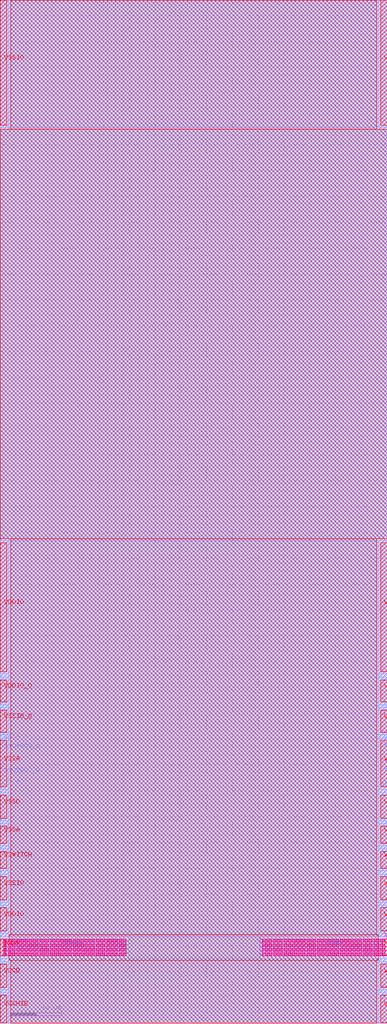
<source format=lef>
# Copyright 2020 The SkyWater PDK Authors
#
# Licensed under the Apache License, Version 2.0 (the "License");
# you may not use this file except in compliance with the License.
# You may obtain a copy of the License at
#
#     https://www.apache.org/licenses/LICENSE-2.0
#
# Unless required by applicable law or agreed to in writing, software
# distributed under the License is distributed on an "AS IS" BASIS,
# WITHOUT WARRANTIES OR CONDITIONS OF ANY KIND, either express or implied.
# See the License for the specific language governing permissions and
# limitations under the License.
#
# SPDX-License-Identifier: Apache-2.0

VERSION 5.5 ;
NAMESCASESENSITIVE ON ;
BUSBITCHARS "[]" ;
DIVIDERCHAR "/" ;
MACRO sky130_fd_io__overlay_vdda_lvc
  CLASS BLOCK ;
  SOURCE USER ;
  ORIGIN  0.000000  0.000000 ;
  SIZE 75 BY 198 ;
  SYMMETRY X Y R90 ;
  PIN AMUXBUS_A
    DIRECTION INOUT ;
    USE SIGNAL ;
    PORT
      LAYER met4 ;
        RECT 0.000000 51.125000 1.270000 54.105000 ;
    END
    PORT
      LAYER met4 ;
        RECT 73.730000 51.125000 75.000000 54.105000 ;
    END
  END AMUXBUS_A
  PIN AMUXBUS_B
    DIRECTION INOUT ;
    USE SIGNAL ;
    PORT
      LAYER met4 ;
        RECT 0.000000 46.365000 1.270000 49.345000 ;
    END
    PORT
      LAYER met4 ;
        RECT 73.730000 46.365000 75.000000 49.345000 ;
    END
  END AMUXBUS_B
  PIN VCCD
    DIRECTION INOUT ;
    USE POWER ;
    PORT
      LAYER met4 ;
        RECT 0.000000 6.885000 1.270000 11.535000 ;
    END
    PORT
      LAYER met4 ;
        RECT 73.730000 6.885000 75.000000 11.535000 ;
    END
    PORT
      LAYER met5 ;
        RECT 0.000000 6.985000 1.270000 11.435000 ;
    END
    PORT
      LAYER met5 ;
        RECT 73.730000 6.985000 75.000000 11.435000 ;
    END
  END VCCD
  PIN VCCHIB
    DIRECTION INOUT ;
    USE POWER ;
    PORT
      LAYER met4 ;
        RECT 0.000000 0.035000 1.270000 5.485000 ;
    END
    PORT
      LAYER met4 ;
        RECT 73.730000 0.035000 75.000000 5.485000 ;
    END
    PORT
      LAYER met5 ;
        RECT 0.000000 0.135000 1.270000 5.385000 ;
    END
    PORT
      LAYER met5 ;
        RECT 73.730000 0.135000 75.000000 5.385000 ;
    END
  END VCCHIB
  PIN VDDA
    DIRECTION INOUT ;
    USE POWER ;
    PORT
      LAYER met3 ;
        RECT 0.600000 12.940000 24.500000 16.380000 ;
    END
    PORT
      LAYER met3 ;
        RECT 50.755000 12.940000 74.655000 16.380000 ;
    END
    PORT
      LAYER met4 ;
        RECT 0.000000 12.935000 24.475000 16.385000 ;
    END
    PORT
      LAYER met4 ;
        RECT 50.780000 12.935000 75.000000 16.385000 ;
    END
    PORT
      LAYER met5 ;
        RECT 0.000000 13.035000 0.965000 16.285000 ;
    END
    PORT
      LAYER met5 ;
        RECT 74.035000 13.035000 75.000000 16.285000 ;
    END
    PORT
      LAYER via3 ;
        RECT  0.690000 13.020000  0.890000 13.220000 ;
        RECT  0.690000 13.460000  0.890000 13.660000 ;
        RECT  0.690000 13.900000  0.890000 14.100000 ;
        RECT  0.690000 14.340000  0.890000 14.540000 ;
        RECT  0.690000 14.780000  0.890000 14.980000 ;
        RECT  0.690000 15.220000  0.890000 15.420000 ;
        RECT  0.690000 15.660000  0.890000 15.860000 ;
        RECT  0.690000 16.100000  0.890000 16.300000 ;
        RECT  1.100000 13.020000  1.300000 13.220000 ;
        RECT  1.100000 13.460000  1.300000 13.660000 ;
        RECT  1.100000 13.900000  1.300000 14.100000 ;
        RECT  1.100000 14.340000  1.300000 14.540000 ;
        RECT  1.100000 14.780000  1.300000 14.980000 ;
        RECT  1.100000 15.220000  1.300000 15.420000 ;
        RECT  1.100000 15.660000  1.300000 15.860000 ;
        RECT  1.100000 16.100000  1.300000 16.300000 ;
        RECT  1.510000 13.020000  1.710000 13.220000 ;
        RECT  1.510000 13.460000  1.710000 13.660000 ;
        RECT  1.510000 13.900000  1.710000 14.100000 ;
        RECT  1.510000 14.340000  1.710000 14.540000 ;
        RECT  1.510000 14.780000  1.710000 14.980000 ;
        RECT  1.510000 15.220000  1.710000 15.420000 ;
        RECT  1.510000 15.660000  1.710000 15.860000 ;
        RECT  1.510000 16.100000  1.710000 16.300000 ;
        RECT  1.920000 13.020000  2.120000 13.220000 ;
        RECT  1.920000 13.460000  2.120000 13.660000 ;
        RECT  1.920000 13.900000  2.120000 14.100000 ;
        RECT  1.920000 14.340000  2.120000 14.540000 ;
        RECT  1.920000 14.780000  2.120000 14.980000 ;
        RECT  1.920000 15.220000  2.120000 15.420000 ;
        RECT  1.920000 15.660000  2.120000 15.860000 ;
        RECT  1.920000 16.100000  2.120000 16.300000 ;
        RECT  2.330000 13.020000  2.530000 13.220000 ;
        RECT  2.330000 13.460000  2.530000 13.660000 ;
        RECT  2.330000 13.900000  2.530000 14.100000 ;
        RECT  2.330000 14.340000  2.530000 14.540000 ;
        RECT  2.330000 14.780000  2.530000 14.980000 ;
        RECT  2.330000 15.220000  2.530000 15.420000 ;
        RECT  2.330000 15.660000  2.530000 15.860000 ;
        RECT  2.330000 16.100000  2.530000 16.300000 ;
        RECT  2.740000 13.020000  2.940000 13.220000 ;
        RECT  2.740000 13.460000  2.940000 13.660000 ;
        RECT  2.740000 13.900000  2.940000 14.100000 ;
        RECT  2.740000 14.340000  2.940000 14.540000 ;
        RECT  2.740000 14.780000  2.940000 14.980000 ;
        RECT  2.740000 15.220000  2.940000 15.420000 ;
        RECT  2.740000 15.660000  2.940000 15.860000 ;
        RECT  2.740000 16.100000  2.940000 16.300000 ;
        RECT  3.150000 13.020000  3.350000 13.220000 ;
        RECT  3.150000 13.460000  3.350000 13.660000 ;
        RECT  3.150000 13.900000  3.350000 14.100000 ;
        RECT  3.150000 14.340000  3.350000 14.540000 ;
        RECT  3.150000 14.780000  3.350000 14.980000 ;
        RECT  3.150000 15.220000  3.350000 15.420000 ;
        RECT  3.150000 15.660000  3.350000 15.860000 ;
        RECT  3.150000 16.100000  3.350000 16.300000 ;
        RECT  3.555000 13.020000  3.755000 13.220000 ;
        RECT  3.555000 13.460000  3.755000 13.660000 ;
        RECT  3.555000 13.900000  3.755000 14.100000 ;
        RECT  3.555000 14.340000  3.755000 14.540000 ;
        RECT  3.555000 14.780000  3.755000 14.980000 ;
        RECT  3.555000 15.220000  3.755000 15.420000 ;
        RECT  3.555000 15.660000  3.755000 15.860000 ;
        RECT  3.555000 16.100000  3.755000 16.300000 ;
        RECT  3.960000 13.020000  4.160000 13.220000 ;
        RECT  3.960000 13.460000  4.160000 13.660000 ;
        RECT  3.960000 13.900000  4.160000 14.100000 ;
        RECT  3.960000 14.340000  4.160000 14.540000 ;
        RECT  3.960000 14.780000  4.160000 14.980000 ;
        RECT  3.960000 15.220000  4.160000 15.420000 ;
        RECT  3.960000 15.660000  4.160000 15.860000 ;
        RECT  3.960000 16.100000  4.160000 16.300000 ;
        RECT  4.365000 13.020000  4.565000 13.220000 ;
        RECT  4.365000 13.460000  4.565000 13.660000 ;
        RECT  4.365000 13.900000  4.565000 14.100000 ;
        RECT  4.365000 14.340000  4.565000 14.540000 ;
        RECT  4.365000 14.780000  4.565000 14.980000 ;
        RECT  4.365000 15.220000  4.565000 15.420000 ;
        RECT  4.365000 15.660000  4.565000 15.860000 ;
        RECT  4.365000 16.100000  4.565000 16.300000 ;
        RECT  4.770000 13.020000  4.970000 13.220000 ;
        RECT  4.770000 13.460000  4.970000 13.660000 ;
        RECT  4.770000 13.900000  4.970000 14.100000 ;
        RECT  4.770000 14.340000  4.970000 14.540000 ;
        RECT  4.770000 14.780000  4.970000 14.980000 ;
        RECT  4.770000 15.220000  4.970000 15.420000 ;
        RECT  4.770000 15.660000  4.970000 15.860000 ;
        RECT  4.770000 16.100000  4.970000 16.300000 ;
        RECT  5.175000 13.020000  5.375000 13.220000 ;
        RECT  5.175000 13.460000  5.375000 13.660000 ;
        RECT  5.175000 13.900000  5.375000 14.100000 ;
        RECT  5.175000 14.340000  5.375000 14.540000 ;
        RECT  5.175000 14.780000  5.375000 14.980000 ;
        RECT  5.175000 15.220000  5.375000 15.420000 ;
        RECT  5.175000 15.660000  5.375000 15.860000 ;
        RECT  5.175000 16.100000  5.375000 16.300000 ;
        RECT  5.580000 13.020000  5.780000 13.220000 ;
        RECT  5.580000 13.460000  5.780000 13.660000 ;
        RECT  5.580000 13.900000  5.780000 14.100000 ;
        RECT  5.580000 14.340000  5.780000 14.540000 ;
        RECT  5.580000 14.780000  5.780000 14.980000 ;
        RECT  5.580000 15.220000  5.780000 15.420000 ;
        RECT  5.580000 15.660000  5.780000 15.860000 ;
        RECT  5.580000 16.100000  5.780000 16.300000 ;
        RECT  5.985000 13.020000  6.185000 13.220000 ;
        RECT  5.985000 13.460000  6.185000 13.660000 ;
        RECT  5.985000 13.900000  6.185000 14.100000 ;
        RECT  5.985000 14.340000  6.185000 14.540000 ;
        RECT  5.985000 14.780000  6.185000 14.980000 ;
        RECT  5.985000 15.220000  6.185000 15.420000 ;
        RECT  5.985000 15.660000  6.185000 15.860000 ;
        RECT  5.985000 16.100000  6.185000 16.300000 ;
        RECT  6.390000 13.020000  6.590000 13.220000 ;
        RECT  6.390000 13.460000  6.590000 13.660000 ;
        RECT  6.390000 13.900000  6.590000 14.100000 ;
        RECT  6.390000 14.340000  6.590000 14.540000 ;
        RECT  6.390000 14.780000  6.590000 14.980000 ;
        RECT  6.390000 15.220000  6.590000 15.420000 ;
        RECT  6.390000 15.660000  6.590000 15.860000 ;
        RECT  6.390000 16.100000  6.590000 16.300000 ;
        RECT  6.795000 13.020000  6.995000 13.220000 ;
        RECT  6.795000 13.460000  6.995000 13.660000 ;
        RECT  6.795000 13.900000  6.995000 14.100000 ;
        RECT  6.795000 14.340000  6.995000 14.540000 ;
        RECT  6.795000 14.780000  6.995000 14.980000 ;
        RECT  6.795000 15.220000  6.995000 15.420000 ;
        RECT  6.795000 15.660000  6.995000 15.860000 ;
        RECT  6.795000 16.100000  6.995000 16.300000 ;
        RECT  7.200000 13.020000  7.400000 13.220000 ;
        RECT  7.200000 13.460000  7.400000 13.660000 ;
        RECT  7.200000 13.900000  7.400000 14.100000 ;
        RECT  7.200000 14.340000  7.400000 14.540000 ;
        RECT  7.200000 14.780000  7.400000 14.980000 ;
        RECT  7.200000 15.220000  7.400000 15.420000 ;
        RECT  7.200000 15.660000  7.400000 15.860000 ;
        RECT  7.200000 16.100000  7.400000 16.300000 ;
        RECT  7.605000 13.020000  7.805000 13.220000 ;
        RECT  7.605000 13.460000  7.805000 13.660000 ;
        RECT  7.605000 13.900000  7.805000 14.100000 ;
        RECT  7.605000 14.340000  7.805000 14.540000 ;
        RECT  7.605000 14.780000  7.805000 14.980000 ;
        RECT  7.605000 15.220000  7.805000 15.420000 ;
        RECT  7.605000 15.660000  7.805000 15.860000 ;
        RECT  7.605000 16.100000  7.805000 16.300000 ;
        RECT  8.010000 13.020000  8.210000 13.220000 ;
        RECT  8.010000 13.460000  8.210000 13.660000 ;
        RECT  8.010000 13.900000  8.210000 14.100000 ;
        RECT  8.010000 14.340000  8.210000 14.540000 ;
        RECT  8.010000 14.780000  8.210000 14.980000 ;
        RECT  8.010000 15.220000  8.210000 15.420000 ;
        RECT  8.010000 15.660000  8.210000 15.860000 ;
        RECT  8.010000 16.100000  8.210000 16.300000 ;
        RECT  8.415000 13.020000  8.615000 13.220000 ;
        RECT  8.415000 13.460000  8.615000 13.660000 ;
        RECT  8.415000 13.900000  8.615000 14.100000 ;
        RECT  8.415000 14.340000  8.615000 14.540000 ;
        RECT  8.415000 14.780000  8.615000 14.980000 ;
        RECT  8.415000 15.220000  8.615000 15.420000 ;
        RECT  8.415000 15.660000  8.615000 15.860000 ;
        RECT  8.415000 16.100000  8.615000 16.300000 ;
        RECT  8.820000 13.020000  9.020000 13.220000 ;
        RECT  8.820000 13.460000  9.020000 13.660000 ;
        RECT  8.820000 13.900000  9.020000 14.100000 ;
        RECT  8.820000 14.340000  9.020000 14.540000 ;
        RECT  8.820000 14.780000  9.020000 14.980000 ;
        RECT  8.820000 15.220000  9.020000 15.420000 ;
        RECT  8.820000 15.660000  9.020000 15.860000 ;
        RECT  8.820000 16.100000  9.020000 16.300000 ;
        RECT  9.225000 13.020000  9.425000 13.220000 ;
        RECT  9.225000 13.460000  9.425000 13.660000 ;
        RECT  9.225000 13.900000  9.425000 14.100000 ;
        RECT  9.225000 14.340000  9.425000 14.540000 ;
        RECT  9.225000 14.780000  9.425000 14.980000 ;
        RECT  9.225000 15.220000  9.425000 15.420000 ;
        RECT  9.225000 15.660000  9.425000 15.860000 ;
        RECT  9.225000 16.100000  9.425000 16.300000 ;
        RECT  9.630000 13.020000  9.830000 13.220000 ;
        RECT  9.630000 13.460000  9.830000 13.660000 ;
        RECT  9.630000 13.900000  9.830000 14.100000 ;
        RECT  9.630000 14.340000  9.830000 14.540000 ;
        RECT  9.630000 14.780000  9.830000 14.980000 ;
        RECT  9.630000 15.220000  9.830000 15.420000 ;
        RECT  9.630000 15.660000  9.830000 15.860000 ;
        RECT  9.630000 16.100000  9.830000 16.300000 ;
        RECT 10.035000 13.020000 10.235000 13.220000 ;
        RECT 10.035000 13.460000 10.235000 13.660000 ;
        RECT 10.035000 13.900000 10.235000 14.100000 ;
        RECT 10.035000 14.340000 10.235000 14.540000 ;
        RECT 10.035000 14.780000 10.235000 14.980000 ;
        RECT 10.035000 15.220000 10.235000 15.420000 ;
        RECT 10.035000 15.660000 10.235000 15.860000 ;
        RECT 10.035000 16.100000 10.235000 16.300000 ;
        RECT 10.440000 13.020000 10.640000 13.220000 ;
        RECT 10.440000 13.460000 10.640000 13.660000 ;
        RECT 10.440000 13.900000 10.640000 14.100000 ;
        RECT 10.440000 14.340000 10.640000 14.540000 ;
        RECT 10.440000 14.780000 10.640000 14.980000 ;
        RECT 10.440000 15.220000 10.640000 15.420000 ;
        RECT 10.440000 15.660000 10.640000 15.860000 ;
        RECT 10.440000 16.100000 10.640000 16.300000 ;
        RECT 10.845000 13.020000 11.045000 13.220000 ;
        RECT 10.845000 13.460000 11.045000 13.660000 ;
        RECT 10.845000 13.900000 11.045000 14.100000 ;
        RECT 10.845000 14.340000 11.045000 14.540000 ;
        RECT 10.845000 14.780000 11.045000 14.980000 ;
        RECT 10.845000 15.220000 11.045000 15.420000 ;
        RECT 10.845000 15.660000 11.045000 15.860000 ;
        RECT 10.845000 16.100000 11.045000 16.300000 ;
        RECT 11.250000 13.020000 11.450000 13.220000 ;
        RECT 11.250000 13.460000 11.450000 13.660000 ;
        RECT 11.250000 13.900000 11.450000 14.100000 ;
        RECT 11.250000 14.340000 11.450000 14.540000 ;
        RECT 11.250000 14.780000 11.450000 14.980000 ;
        RECT 11.250000 15.220000 11.450000 15.420000 ;
        RECT 11.250000 15.660000 11.450000 15.860000 ;
        RECT 11.250000 16.100000 11.450000 16.300000 ;
        RECT 11.655000 13.020000 11.855000 13.220000 ;
        RECT 11.655000 13.460000 11.855000 13.660000 ;
        RECT 11.655000 13.900000 11.855000 14.100000 ;
        RECT 11.655000 14.340000 11.855000 14.540000 ;
        RECT 11.655000 14.780000 11.855000 14.980000 ;
        RECT 11.655000 15.220000 11.855000 15.420000 ;
        RECT 11.655000 15.660000 11.855000 15.860000 ;
        RECT 11.655000 16.100000 11.855000 16.300000 ;
        RECT 12.060000 13.020000 12.260000 13.220000 ;
        RECT 12.060000 13.460000 12.260000 13.660000 ;
        RECT 12.060000 13.900000 12.260000 14.100000 ;
        RECT 12.060000 14.340000 12.260000 14.540000 ;
        RECT 12.060000 14.780000 12.260000 14.980000 ;
        RECT 12.060000 15.220000 12.260000 15.420000 ;
        RECT 12.060000 15.660000 12.260000 15.860000 ;
        RECT 12.060000 16.100000 12.260000 16.300000 ;
        RECT 12.465000 13.020000 12.665000 13.220000 ;
        RECT 12.465000 13.460000 12.665000 13.660000 ;
        RECT 12.465000 13.900000 12.665000 14.100000 ;
        RECT 12.465000 14.340000 12.665000 14.540000 ;
        RECT 12.465000 14.780000 12.665000 14.980000 ;
        RECT 12.465000 15.220000 12.665000 15.420000 ;
        RECT 12.465000 15.660000 12.665000 15.860000 ;
        RECT 12.465000 16.100000 12.665000 16.300000 ;
        RECT 12.870000 13.020000 13.070000 13.220000 ;
        RECT 12.870000 13.460000 13.070000 13.660000 ;
        RECT 12.870000 13.900000 13.070000 14.100000 ;
        RECT 12.870000 14.340000 13.070000 14.540000 ;
        RECT 12.870000 14.780000 13.070000 14.980000 ;
        RECT 12.870000 15.220000 13.070000 15.420000 ;
        RECT 12.870000 15.660000 13.070000 15.860000 ;
        RECT 12.870000 16.100000 13.070000 16.300000 ;
        RECT 13.275000 13.020000 13.475000 13.220000 ;
        RECT 13.275000 13.460000 13.475000 13.660000 ;
        RECT 13.275000 13.900000 13.475000 14.100000 ;
        RECT 13.275000 14.340000 13.475000 14.540000 ;
        RECT 13.275000 14.780000 13.475000 14.980000 ;
        RECT 13.275000 15.220000 13.475000 15.420000 ;
        RECT 13.275000 15.660000 13.475000 15.860000 ;
        RECT 13.275000 16.100000 13.475000 16.300000 ;
        RECT 13.680000 13.020000 13.880000 13.220000 ;
        RECT 13.680000 13.460000 13.880000 13.660000 ;
        RECT 13.680000 13.900000 13.880000 14.100000 ;
        RECT 13.680000 14.340000 13.880000 14.540000 ;
        RECT 13.680000 14.780000 13.880000 14.980000 ;
        RECT 13.680000 15.220000 13.880000 15.420000 ;
        RECT 13.680000 15.660000 13.880000 15.860000 ;
        RECT 13.680000 16.100000 13.880000 16.300000 ;
        RECT 14.085000 13.020000 14.285000 13.220000 ;
        RECT 14.085000 13.460000 14.285000 13.660000 ;
        RECT 14.085000 13.900000 14.285000 14.100000 ;
        RECT 14.085000 14.340000 14.285000 14.540000 ;
        RECT 14.085000 14.780000 14.285000 14.980000 ;
        RECT 14.085000 15.220000 14.285000 15.420000 ;
        RECT 14.085000 15.660000 14.285000 15.860000 ;
        RECT 14.085000 16.100000 14.285000 16.300000 ;
        RECT 14.490000 13.020000 14.690000 13.220000 ;
        RECT 14.490000 13.460000 14.690000 13.660000 ;
        RECT 14.490000 13.900000 14.690000 14.100000 ;
        RECT 14.490000 14.340000 14.690000 14.540000 ;
        RECT 14.490000 14.780000 14.690000 14.980000 ;
        RECT 14.490000 15.220000 14.690000 15.420000 ;
        RECT 14.490000 15.660000 14.690000 15.860000 ;
        RECT 14.490000 16.100000 14.690000 16.300000 ;
        RECT 14.895000 13.020000 15.095000 13.220000 ;
        RECT 14.895000 13.460000 15.095000 13.660000 ;
        RECT 14.895000 13.900000 15.095000 14.100000 ;
        RECT 14.895000 14.340000 15.095000 14.540000 ;
        RECT 14.895000 14.780000 15.095000 14.980000 ;
        RECT 14.895000 15.220000 15.095000 15.420000 ;
        RECT 14.895000 15.660000 15.095000 15.860000 ;
        RECT 14.895000 16.100000 15.095000 16.300000 ;
        RECT 15.300000 13.020000 15.500000 13.220000 ;
        RECT 15.300000 13.460000 15.500000 13.660000 ;
        RECT 15.300000 13.900000 15.500000 14.100000 ;
        RECT 15.300000 14.340000 15.500000 14.540000 ;
        RECT 15.300000 14.780000 15.500000 14.980000 ;
        RECT 15.300000 15.220000 15.500000 15.420000 ;
        RECT 15.300000 15.660000 15.500000 15.860000 ;
        RECT 15.300000 16.100000 15.500000 16.300000 ;
        RECT 15.705000 13.020000 15.905000 13.220000 ;
        RECT 15.705000 13.460000 15.905000 13.660000 ;
        RECT 15.705000 13.900000 15.905000 14.100000 ;
        RECT 15.705000 14.340000 15.905000 14.540000 ;
        RECT 15.705000 14.780000 15.905000 14.980000 ;
        RECT 15.705000 15.220000 15.905000 15.420000 ;
        RECT 15.705000 15.660000 15.905000 15.860000 ;
        RECT 15.705000 16.100000 15.905000 16.300000 ;
        RECT 16.110000 13.020000 16.310000 13.220000 ;
        RECT 16.110000 13.460000 16.310000 13.660000 ;
        RECT 16.110000 13.900000 16.310000 14.100000 ;
        RECT 16.110000 14.340000 16.310000 14.540000 ;
        RECT 16.110000 14.780000 16.310000 14.980000 ;
        RECT 16.110000 15.220000 16.310000 15.420000 ;
        RECT 16.110000 15.660000 16.310000 15.860000 ;
        RECT 16.110000 16.100000 16.310000 16.300000 ;
        RECT 16.515000 13.020000 16.715000 13.220000 ;
        RECT 16.515000 13.460000 16.715000 13.660000 ;
        RECT 16.515000 13.900000 16.715000 14.100000 ;
        RECT 16.515000 14.340000 16.715000 14.540000 ;
        RECT 16.515000 14.780000 16.715000 14.980000 ;
        RECT 16.515000 15.220000 16.715000 15.420000 ;
        RECT 16.515000 15.660000 16.715000 15.860000 ;
        RECT 16.515000 16.100000 16.715000 16.300000 ;
        RECT 16.920000 13.020000 17.120000 13.220000 ;
        RECT 16.920000 13.460000 17.120000 13.660000 ;
        RECT 16.920000 13.900000 17.120000 14.100000 ;
        RECT 16.920000 14.340000 17.120000 14.540000 ;
        RECT 16.920000 14.780000 17.120000 14.980000 ;
        RECT 16.920000 15.220000 17.120000 15.420000 ;
        RECT 16.920000 15.660000 17.120000 15.860000 ;
        RECT 16.920000 16.100000 17.120000 16.300000 ;
        RECT 17.325000 13.020000 17.525000 13.220000 ;
        RECT 17.325000 13.460000 17.525000 13.660000 ;
        RECT 17.325000 13.900000 17.525000 14.100000 ;
        RECT 17.325000 14.340000 17.525000 14.540000 ;
        RECT 17.325000 14.780000 17.525000 14.980000 ;
        RECT 17.325000 15.220000 17.525000 15.420000 ;
        RECT 17.325000 15.660000 17.525000 15.860000 ;
        RECT 17.325000 16.100000 17.525000 16.300000 ;
        RECT 17.730000 13.020000 17.930000 13.220000 ;
        RECT 17.730000 13.460000 17.930000 13.660000 ;
        RECT 17.730000 13.900000 17.930000 14.100000 ;
        RECT 17.730000 14.340000 17.930000 14.540000 ;
        RECT 17.730000 14.780000 17.930000 14.980000 ;
        RECT 17.730000 15.220000 17.930000 15.420000 ;
        RECT 17.730000 15.660000 17.930000 15.860000 ;
        RECT 17.730000 16.100000 17.930000 16.300000 ;
        RECT 18.135000 13.020000 18.335000 13.220000 ;
        RECT 18.135000 13.460000 18.335000 13.660000 ;
        RECT 18.135000 13.900000 18.335000 14.100000 ;
        RECT 18.135000 14.340000 18.335000 14.540000 ;
        RECT 18.135000 14.780000 18.335000 14.980000 ;
        RECT 18.135000 15.220000 18.335000 15.420000 ;
        RECT 18.135000 15.660000 18.335000 15.860000 ;
        RECT 18.135000 16.100000 18.335000 16.300000 ;
        RECT 18.540000 13.020000 18.740000 13.220000 ;
        RECT 18.540000 13.460000 18.740000 13.660000 ;
        RECT 18.540000 13.900000 18.740000 14.100000 ;
        RECT 18.540000 14.340000 18.740000 14.540000 ;
        RECT 18.540000 14.780000 18.740000 14.980000 ;
        RECT 18.540000 15.220000 18.740000 15.420000 ;
        RECT 18.540000 15.660000 18.740000 15.860000 ;
        RECT 18.540000 16.100000 18.740000 16.300000 ;
        RECT 18.945000 13.020000 19.145000 13.220000 ;
        RECT 18.945000 13.460000 19.145000 13.660000 ;
        RECT 18.945000 13.900000 19.145000 14.100000 ;
        RECT 18.945000 14.340000 19.145000 14.540000 ;
        RECT 18.945000 14.780000 19.145000 14.980000 ;
        RECT 18.945000 15.220000 19.145000 15.420000 ;
        RECT 18.945000 15.660000 19.145000 15.860000 ;
        RECT 18.945000 16.100000 19.145000 16.300000 ;
        RECT 19.350000 13.020000 19.550000 13.220000 ;
        RECT 19.350000 13.460000 19.550000 13.660000 ;
        RECT 19.350000 13.900000 19.550000 14.100000 ;
        RECT 19.350000 14.340000 19.550000 14.540000 ;
        RECT 19.350000 14.780000 19.550000 14.980000 ;
        RECT 19.350000 15.220000 19.550000 15.420000 ;
        RECT 19.350000 15.660000 19.550000 15.860000 ;
        RECT 19.350000 16.100000 19.550000 16.300000 ;
        RECT 19.755000 13.020000 19.955000 13.220000 ;
        RECT 19.755000 13.460000 19.955000 13.660000 ;
        RECT 19.755000 13.900000 19.955000 14.100000 ;
        RECT 19.755000 14.340000 19.955000 14.540000 ;
        RECT 19.755000 14.780000 19.955000 14.980000 ;
        RECT 19.755000 15.220000 19.955000 15.420000 ;
        RECT 19.755000 15.660000 19.955000 15.860000 ;
        RECT 19.755000 16.100000 19.955000 16.300000 ;
        RECT 20.160000 13.020000 20.360000 13.220000 ;
        RECT 20.160000 13.460000 20.360000 13.660000 ;
        RECT 20.160000 13.900000 20.360000 14.100000 ;
        RECT 20.160000 14.340000 20.360000 14.540000 ;
        RECT 20.160000 14.780000 20.360000 14.980000 ;
        RECT 20.160000 15.220000 20.360000 15.420000 ;
        RECT 20.160000 15.660000 20.360000 15.860000 ;
        RECT 20.160000 16.100000 20.360000 16.300000 ;
        RECT 20.565000 13.020000 20.765000 13.220000 ;
        RECT 20.565000 13.460000 20.765000 13.660000 ;
        RECT 20.565000 13.900000 20.765000 14.100000 ;
        RECT 20.565000 14.340000 20.765000 14.540000 ;
        RECT 20.565000 14.780000 20.765000 14.980000 ;
        RECT 20.565000 15.220000 20.765000 15.420000 ;
        RECT 20.565000 15.660000 20.765000 15.860000 ;
        RECT 20.565000 16.100000 20.765000 16.300000 ;
        RECT 20.970000 13.020000 21.170000 13.220000 ;
        RECT 20.970000 13.460000 21.170000 13.660000 ;
        RECT 20.970000 13.900000 21.170000 14.100000 ;
        RECT 20.970000 14.340000 21.170000 14.540000 ;
        RECT 20.970000 14.780000 21.170000 14.980000 ;
        RECT 20.970000 15.220000 21.170000 15.420000 ;
        RECT 20.970000 15.660000 21.170000 15.860000 ;
        RECT 20.970000 16.100000 21.170000 16.300000 ;
        RECT 21.375000 13.020000 21.575000 13.220000 ;
        RECT 21.375000 13.460000 21.575000 13.660000 ;
        RECT 21.375000 13.900000 21.575000 14.100000 ;
        RECT 21.375000 14.340000 21.575000 14.540000 ;
        RECT 21.375000 14.780000 21.575000 14.980000 ;
        RECT 21.375000 15.220000 21.575000 15.420000 ;
        RECT 21.375000 15.660000 21.575000 15.860000 ;
        RECT 21.375000 16.100000 21.575000 16.300000 ;
        RECT 21.780000 13.020000 21.980000 13.220000 ;
        RECT 21.780000 13.460000 21.980000 13.660000 ;
        RECT 21.780000 13.900000 21.980000 14.100000 ;
        RECT 21.780000 14.340000 21.980000 14.540000 ;
        RECT 21.780000 14.780000 21.980000 14.980000 ;
        RECT 21.780000 15.220000 21.980000 15.420000 ;
        RECT 21.780000 15.660000 21.980000 15.860000 ;
        RECT 21.780000 16.100000 21.980000 16.300000 ;
        RECT 22.185000 13.020000 22.385000 13.220000 ;
        RECT 22.185000 13.460000 22.385000 13.660000 ;
        RECT 22.185000 13.900000 22.385000 14.100000 ;
        RECT 22.185000 14.340000 22.385000 14.540000 ;
        RECT 22.185000 14.780000 22.385000 14.980000 ;
        RECT 22.185000 15.220000 22.385000 15.420000 ;
        RECT 22.185000 15.660000 22.385000 15.860000 ;
        RECT 22.185000 16.100000 22.385000 16.300000 ;
        RECT 22.590000 13.020000 22.790000 13.220000 ;
        RECT 22.590000 13.460000 22.790000 13.660000 ;
        RECT 22.590000 13.900000 22.790000 14.100000 ;
        RECT 22.590000 14.340000 22.790000 14.540000 ;
        RECT 22.590000 14.780000 22.790000 14.980000 ;
        RECT 22.590000 15.220000 22.790000 15.420000 ;
        RECT 22.590000 15.660000 22.790000 15.860000 ;
        RECT 22.590000 16.100000 22.790000 16.300000 ;
        RECT 22.995000 13.020000 23.195000 13.220000 ;
        RECT 22.995000 13.460000 23.195000 13.660000 ;
        RECT 22.995000 13.900000 23.195000 14.100000 ;
        RECT 22.995000 14.340000 23.195000 14.540000 ;
        RECT 22.995000 14.780000 23.195000 14.980000 ;
        RECT 22.995000 15.220000 23.195000 15.420000 ;
        RECT 22.995000 15.660000 23.195000 15.860000 ;
        RECT 22.995000 16.100000 23.195000 16.300000 ;
        RECT 23.400000 13.020000 23.600000 13.220000 ;
        RECT 23.400000 13.460000 23.600000 13.660000 ;
        RECT 23.400000 13.900000 23.600000 14.100000 ;
        RECT 23.400000 14.340000 23.600000 14.540000 ;
        RECT 23.400000 14.780000 23.600000 14.980000 ;
        RECT 23.400000 15.220000 23.600000 15.420000 ;
        RECT 23.400000 15.660000 23.600000 15.860000 ;
        RECT 23.400000 16.100000 23.600000 16.300000 ;
        RECT 23.805000 13.020000 24.005000 13.220000 ;
        RECT 23.805000 13.460000 24.005000 13.660000 ;
        RECT 23.805000 13.900000 24.005000 14.100000 ;
        RECT 23.805000 14.340000 24.005000 14.540000 ;
        RECT 23.805000 14.780000 24.005000 14.980000 ;
        RECT 23.805000 15.220000 24.005000 15.420000 ;
        RECT 23.805000 15.660000 24.005000 15.860000 ;
        RECT 23.805000 16.100000 24.005000 16.300000 ;
        RECT 24.210000 13.020000 24.410000 13.220000 ;
        RECT 24.210000 13.460000 24.410000 13.660000 ;
        RECT 24.210000 13.900000 24.410000 14.100000 ;
        RECT 24.210000 14.340000 24.410000 14.540000 ;
        RECT 24.210000 14.780000 24.410000 14.980000 ;
        RECT 24.210000 15.220000 24.410000 15.420000 ;
        RECT 24.210000 15.660000 24.410000 15.860000 ;
        RECT 24.210000 16.100000 24.410000 16.300000 ;
        RECT 50.845000 13.020000 51.045000 13.220000 ;
        RECT 50.845000 13.460000 51.045000 13.660000 ;
        RECT 50.845000 13.900000 51.045000 14.100000 ;
        RECT 50.845000 14.340000 51.045000 14.540000 ;
        RECT 50.845000 14.780000 51.045000 14.980000 ;
        RECT 50.845000 15.220000 51.045000 15.420000 ;
        RECT 50.845000 15.660000 51.045000 15.860000 ;
        RECT 50.845000 16.100000 51.045000 16.300000 ;
        RECT 51.255000 13.020000 51.455000 13.220000 ;
        RECT 51.255000 13.460000 51.455000 13.660000 ;
        RECT 51.255000 13.900000 51.455000 14.100000 ;
        RECT 51.255000 14.340000 51.455000 14.540000 ;
        RECT 51.255000 14.780000 51.455000 14.980000 ;
        RECT 51.255000 15.220000 51.455000 15.420000 ;
        RECT 51.255000 15.660000 51.455000 15.860000 ;
        RECT 51.255000 16.100000 51.455000 16.300000 ;
        RECT 51.665000 13.020000 51.865000 13.220000 ;
        RECT 51.665000 13.460000 51.865000 13.660000 ;
        RECT 51.665000 13.900000 51.865000 14.100000 ;
        RECT 51.665000 14.340000 51.865000 14.540000 ;
        RECT 51.665000 14.780000 51.865000 14.980000 ;
        RECT 51.665000 15.220000 51.865000 15.420000 ;
        RECT 51.665000 15.660000 51.865000 15.860000 ;
        RECT 51.665000 16.100000 51.865000 16.300000 ;
        RECT 52.075000 13.020000 52.275000 13.220000 ;
        RECT 52.075000 13.460000 52.275000 13.660000 ;
        RECT 52.075000 13.900000 52.275000 14.100000 ;
        RECT 52.075000 14.340000 52.275000 14.540000 ;
        RECT 52.075000 14.780000 52.275000 14.980000 ;
        RECT 52.075000 15.220000 52.275000 15.420000 ;
        RECT 52.075000 15.660000 52.275000 15.860000 ;
        RECT 52.075000 16.100000 52.275000 16.300000 ;
        RECT 52.485000 13.020000 52.685000 13.220000 ;
        RECT 52.485000 13.460000 52.685000 13.660000 ;
        RECT 52.485000 13.900000 52.685000 14.100000 ;
        RECT 52.485000 14.340000 52.685000 14.540000 ;
        RECT 52.485000 14.780000 52.685000 14.980000 ;
        RECT 52.485000 15.220000 52.685000 15.420000 ;
        RECT 52.485000 15.660000 52.685000 15.860000 ;
        RECT 52.485000 16.100000 52.685000 16.300000 ;
        RECT 52.895000 13.020000 53.095000 13.220000 ;
        RECT 52.895000 13.460000 53.095000 13.660000 ;
        RECT 52.895000 13.900000 53.095000 14.100000 ;
        RECT 52.895000 14.340000 53.095000 14.540000 ;
        RECT 52.895000 14.780000 53.095000 14.980000 ;
        RECT 52.895000 15.220000 53.095000 15.420000 ;
        RECT 52.895000 15.660000 53.095000 15.860000 ;
        RECT 52.895000 16.100000 53.095000 16.300000 ;
        RECT 53.305000 13.020000 53.505000 13.220000 ;
        RECT 53.305000 13.460000 53.505000 13.660000 ;
        RECT 53.305000 13.900000 53.505000 14.100000 ;
        RECT 53.305000 14.340000 53.505000 14.540000 ;
        RECT 53.305000 14.780000 53.505000 14.980000 ;
        RECT 53.305000 15.220000 53.505000 15.420000 ;
        RECT 53.305000 15.660000 53.505000 15.860000 ;
        RECT 53.305000 16.100000 53.505000 16.300000 ;
        RECT 53.710000 13.020000 53.910000 13.220000 ;
        RECT 53.710000 13.460000 53.910000 13.660000 ;
        RECT 53.710000 13.900000 53.910000 14.100000 ;
        RECT 53.710000 14.340000 53.910000 14.540000 ;
        RECT 53.710000 14.780000 53.910000 14.980000 ;
        RECT 53.710000 15.220000 53.910000 15.420000 ;
        RECT 53.710000 15.660000 53.910000 15.860000 ;
        RECT 53.710000 16.100000 53.910000 16.300000 ;
        RECT 54.115000 13.020000 54.315000 13.220000 ;
        RECT 54.115000 13.460000 54.315000 13.660000 ;
        RECT 54.115000 13.900000 54.315000 14.100000 ;
        RECT 54.115000 14.340000 54.315000 14.540000 ;
        RECT 54.115000 14.780000 54.315000 14.980000 ;
        RECT 54.115000 15.220000 54.315000 15.420000 ;
        RECT 54.115000 15.660000 54.315000 15.860000 ;
        RECT 54.115000 16.100000 54.315000 16.300000 ;
        RECT 54.520000 13.020000 54.720000 13.220000 ;
        RECT 54.520000 13.460000 54.720000 13.660000 ;
        RECT 54.520000 13.900000 54.720000 14.100000 ;
        RECT 54.520000 14.340000 54.720000 14.540000 ;
        RECT 54.520000 14.780000 54.720000 14.980000 ;
        RECT 54.520000 15.220000 54.720000 15.420000 ;
        RECT 54.520000 15.660000 54.720000 15.860000 ;
        RECT 54.520000 16.100000 54.720000 16.300000 ;
        RECT 54.925000 13.020000 55.125000 13.220000 ;
        RECT 54.925000 13.460000 55.125000 13.660000 ;
        RECT 54.925000 13.900000 55.125000 14.100000 ;
        RECT 54.925000 14.340000 55.125000 14.540000 ;
        RECT 54.925000 14.780000 55.125000 14.980000 ;
        RECT 54.925000 15.220000 55.125000 15.420000 ;
        RECT 54.925000 15.660000 55.125000 15.860000 ;
        RECT 54.925000 16.100000 55.125000 16.300000 ;
        RECT 55.330000 13.020000 55.530000 13.220000 ;
        RECT 55.330000 13.460000 55.530000 13.660000 ;
        RECT 55.330000 13.900000 55.530000 14.100000 ;
        RECT 55.330000 14.340000 55.530000 14.540000 ;
        RECT 55.330000 14.780000 55.530000 14.980000 ;
        RECT 55.330000 15.220000 55.530000 15.420000 ;
        RECT 55.330000 15.660000 55.530000 15.860000 ;
        RECT 55.330000 16.100000 55.530000 16.300000 ;
        RECT 55.735000 13.020000 55.935000 13.220000 ;
        RECT 55.735000 13.460000 55.935000 13.660000 ;
        RECT 55.735000 13.900000 55.935000 14.100000 ;
        RECT 55.735000 14.340000 55.935000 14.540000 ;
        RECT 55.735000 14.780000 55.935000 14.980000 ;
        RECT 55.735000 15.220000 55.935000 15.420000 ;
        RECT 55.735000 15.660000 55.935000 15.860000 ;
        RECT 55.735000 16.100000 55.935000 16.300000 ;
        RECT 56.140000 13.020000 56.340000 13.220000 ;
        RECT 56.140000 13.460000 56.340000 13.660000 ;
        RECT 56.140000 13.900000 56.340000 14.100000 ;
        RECT 56.140000 14.340000 56.340000 14.540000 ;
        RECT 56.140000 14.780000 56.340000 14.980000 ;
        RECT 56.140000 15.220000 56.340000 15.420000 ;
        RECT 56.140000 15.660000 56.340000 15.860000 ;
        RECT 56.140000 16.100000 56.340000 16.300000 ;
        RECT 56.545000 13.020000 56.745000 13.220000 ;
        RECT 56.545000 13.460000 56.745000 13.660000 ;
        RECT 56.545000 13.900000 56.745000 14.100000 ;
        RECT 56.545000 14.340000 56.745000 14.540000 ;
        RECT 56.545000 14.780000 56.745000 14.980000 ;
        RECT 56.545000 15.220000 56.745000 15.420000 ;
        RECT 56.545000 15.660000 56.745000 15.860000 ;
        RECT 56.545000 16.100000 56.745000 16.300000 ;
        RECT 56.950000 13.020000 57.150000 13.220000 ;
        RECT 56.950000 13.460000 57.150000 13.660000 ;
        RECT 56.950000 13.900000 57.150000 14.100000 ;
        RECT 56.950000 14.340000 57.150000 14.540000 ;
        RECT 56.950000 14.780000 57.150000 14.980000 ;
        RECT 56.950000 15.220000 57.150000 15.420000 ;
        RECT 56.950000 15.660000 57.150000 15.860000 ;
        RECT 56.950000 16.100000 57.150000 16.300000 ;
        RECT 57.355000 13.020000 57.555000 13.220000 ;
        RECT 57.355000 13.460000 57.555000 13.660000 ;
        RECT 57.355000 13.900000 57.555000 14.100000 ;
        RECT 57.355000 14.340000 57.555000 14.540000 ;
        RECT 57.355000 14.780000 57.555000 14.980000 ;
        RECT 57.355000 15.220000 57.555000 15.420000 ;
        RECT 57.355000 15.660000 57.555000 15.860000 ;
        RECT 57.355000 16.100000 57.555000 16.300000 ;
        RECT 57.760000 13.020000 57.960000 13.220000 ;
        RECT 57.760000 13.460000 57.960000 13.660000 ;
        RECT 57.760000 13.900000 57.960000 14.100000 ;
        RECT 57.760000 14.340000 57.960000 14.540000 ;
        RECT 57.760000 14.780000 57.960000 14.980000 ;
        RECT 57.760000 15.220000 57.960000 15.420000 ;
        RECT 57.760000 15.660000 57.960000 15.860000 ;
        RECT 57.760000 16.100000 57.960000 16.300000 ;
        RECT 58.165000 13.020000 58.365000 13.220000 ;
        RECT 58.165000 13.460000 58.365000 13.660000 ;
        RECT 58.165000 13.900000 58.365000 14.100000 ;
        RECT 58.165000 14.340000 58.365000 14.540000 ;
        RECT 58.165000 14.780000 58.365000 14.980000 ;
        RECT 58.165000 15.220000 58.365000 15.420000 ;
        RECT 58.165000 15.660000 58.365000 15.860000 ;
        RECT 58.165000 16.100000 58.365000 16.300000 ;
        RECT 58.570000 13.020000 58.770000 13.220000 ;
        RECT 58.570000 13.460000 58.770000 13.660000 ;
        RECT 58.570000 13.900000 58.770000 14.100000 ;
        RECT 58.570000 14.340000 58.770000 14.540000 ;
        RECT 58.570000 14.780000 58.770000 14.980000 ;
        RECT 58.570000 15.220000 58.770000 15.420000 ;
        RECT 58.570000 15.660000 58.770000 15.860000 ;
        RECT 58.570000 16.100000 58.770000 16.300000 ;
        RECT 58.975000 13.020000 59.175000 13.220000 ;
        RECT 58.975000 13.460000 59.175000 13.660000 ;
        RECT 58.975000 13.900000 59.175000 14.100000 ;
        RECT 58.975000 14.340000 59.175000 14.540000 ;
        RECT 58.975000 14.780000 59.175000 14.980000 ;
        RECT 58.975000 15.220000 59.175000 15.420000 ;
        RECT 58.975000 15.660000 59.175000 15.860000 ;
        RECT 58.975000 16.100000 59.175000 16.300000 ;
        RECT 59.380000 13.020000 59.580000 13.220000 ;
        RECT 59.380000 13.460000 59.580000 13.660000 ;
        RECT 59.380000 13.900000 59.580000 14.100000 ;
        RECT 59.380000 14.340000 59.580000 14.540000 ;
        RECT 59.380000 14.780000 59.580000 14.980000 ;
        RECT 59.380000 15.220000 59.580000 15.420000 ;
        RECT 59.380000 15.660000 59.580000 15.860000 ;
        RECT 59.380000 16.100000 59.580000 16.300000 ;
        RECT 59.785000 13.020000 59.985000 13.220000 ;
        RECT 59.785000 13.460000 59.985000 13.660000 ;
        RECT 59.785000 13.900000 59.985000 14.100000 ;
        RECT 59.785000 14.340000 59.985000 14.540000 ;
        RECT 59.785000 14.780000 59.985000 14.980000 ;
        RECT 59.785000 15.220000 59.985000 15.420000 ;
        RECT 59.785000 15.660000 59.985000 15.860000 ;
        RECT 59.785000 16.100000 59.985000 16.300000 ;
        RECT 60.190000 13.020000 60.390000 13.220000 ;
        RECT 60.190000 13.460000 60.390000 13.660000 ;
        RECT 60.190000 13.900000 60.390000 14.100000 ;
        RECT 60.190000 14.340000 60.390000 14.540000 ;
        RECT 60.190000 14.780000 60.390000 14.980000 ;
        RECT 60.190000 15.220000 60.390000 15.420000 ;
        RECT 60.190000 15.660000 60.390000 15.860000 ;
        RECT 60.190000 16.100000 60.390000 16.300000 ;
        RECT 60.595000 13.020000 60.795000 13.220000 ;
        RECT 60.595000 13.460000 60.795000 13.660000 ;
        RECT 60.595000 13.900000 60.795000 14.100000 ;
        RECT 60.595000 14.340000 60.795000 14.540000 ;
        RECT 60.595000 14.780000 60.795000 14.980000 ;
        RECT 60.595000 15.220000 60.795000 15.420000 ;
        RECT 60.595000 15.660000 60.795000 15.860000 ;
        RECT 60.595000 16.100000 60.795000 16.300000 ;
        RECT 61.000000 13.020000 61.200000 13.220000 ;
        RECT 61.000000 13.460000 61.200000 13.660000 ;
        RECT 61.000000 13.900000 61.200000 14.100000 ;
        RECT 61.000000 14.340000 61.200000 14.540000 ;
        RECT 61.000000 14.780000 61.200000 14.980000 ;
        RECT 61.000000 15.220000 61.200000 15.420000 ;
        RECT 61.000000 15.660000 61.200000 15.860000 ;
        RECT 61.000000 16.100000 61.200000 16.300000 ;
        RECT 61.405000 13.020000 61.605000 13.220000 ;
        RECT 61.405000 13.460000 61.605000 13.660000 ;
        RECT 61.405000 13.900000 61.605000 14.100000 ;
        RECT 61.405000 14.340000 61.605000 14.540000 ;
        RECT 61.405000 14.780000 61.605000 14.980000 ;
        RECT 61.405000 15.220000 61.605000 15.420000 ;
        RECT 61.405000 15.660000 61.605000 15.860000 ;
        RECT 61.405000 16.100000 61.605000 16.300000 ;
        RECT 61.810000 13.020000 62.010000 13.220000 ;
        RECT 61.810000 13.460000 62.010000 13.660000 ;
        RECT 61.810000 13.900000 62.010000 14.100000 ;
        RECT 61.810000 14.340000 62.010000 14.540000 ;
        RECT 61.810000 14.780000 62.010000 14.980000 ;
        RECT 61.810000 15.220000 62.010000 15.420000 ;
        RECT 61.810000 15.660000 62.010000 15.860000 ;
        RECT 61.810000 16.100000 62.010000 16.300000 ;
        RECT 62.215000 13.020000 62.415000 13.220000 ;
        RECT 62.215000 13.460000 62.415000 13.660000 ;
        RECT 62.215000 13.900000 62.415000 14.100000 ;
        RECT 62.215000 14.340000 62.415000 14.540000 ;
        RECT 62.215000 14.780000 62.415000 14.980000 ;
        RECT 62.215000 15.220000 62.415000 15.420000 ;
        RECT 62.215000 15.660000 62.415000 15.860000 ;
        RECT 62.215000 16.100000 62.415000 16.300000 ;
        RECT 62.620000 13.020000 62.820000 13.220000 ;
        RECT 62.620000 13.460000 62.820000 13.660000 ;
        RECT 62.620000 13.900000 62.820000 14.100000 ;
        RECT 62.620000 14.340000 62.820000 14.540000 ;
        RECT 62.620000 14.780000 62.820000 14.980000 ;
        RECT 62.620000 15.220000 62.820000 15.420000 ;
        RECT 62.620000 15.660000 62.820000 15.860000 ;
        RECT 62.620000 16.100000 62.820000 16.300000 ;
        RECT 63.025000 13.020000 63.225000 13.220000 ;
        RECT 63.025000 13.460000 63.225000 13.660000 ;
        RECT 63.025000 13.900000 63.225000 14.100000 ;
        RECT 63.025000 14.340000 63.225000 14.540000 ;
        RECT 63.025000 14.780000 63.225000 14.980000 ;
        RECT 63.025000 15.220000 63.225000 15.420000 ;
        RECT 63.025000 15.660000 63.225000 15.860000 ;
        RECT 63.025000 16.100000 63.225000 16.300000 ;
        RECT 63.430000 13.020000 63.630000 13.220000 ;
        RECT 63.430000 13.460000 63.630000 13.660000 ;
        RECT 63.430000 13.900000 63.630000 14.100000 ;
        RECT 63.430000 14.340000 63.630000 14.540000 ;
        RECT 63.430000 14.780000 63.630000 14.980000 ;
        RECT 63.430000 15.220000 63.630000 15.420000 ;
        RECT 63.430000 15.660000 63.630000 15.860000 ;
        RECT 63.430000 16.100000 63.630000 16.300000 ;
        RECT 63.835000 13.020000 64.035000 13.220000 ;
        RECT 63.835000 13.460000 64.035000 13.660000 ;
        RECT 63.835000 13.900000 64.035000 14.100000 ;
        RECT 63.835000 14.340000 64.035000 14.540000 ;
        RECT 63.835000 14.780000 64.035000 14.980000 ;
        RECT 63.835000 15.220000 64.035000 15.420000 ;
        RECT 63.835000 15.660000 64.035000 15.860000 ;
        RECT 63.835000 16.100000 64.035000 16.300000 ;
        RECT 64.240000 13.020000 64.440000 13.220000 ;
        RECT 64.240000 13.460000 64.440000 13.660000 ;
        RECT 64.240000 13.900000 64.440000 14.100000 ;
        RECT 64.240000 14.340000 64.440000 14.540000 ;
        RECT 64.240000 14.780000 64.440000 14.980000 ;
        RECT 64.240000 15.220000 64.440000 15.420000 ;
        RECT 64.240000 15.660000 64.440000 15.860000 ;
        RECT 64.240000 16.100000 64.440000 16.300000 ;
        RECT 64.645000 13.020000 64.845000 13.220000 ;
        RECT 64.645000 13.460000 64.845000 13.660000 ;
        RECT 64.645000 13.900000 64.845000 14.100000 ;
        RECT 64.645000 14.340000 64.845000 14.540000 ;
        RECT 64.645000 14.780000 64.845000 14.980000 ;
        RECT 64.645000 15.220000 64.845000 15.420000 ;
        RECT 64.645000 15.660000 64.845000 15.860000 ;
        RECT 64.645000 16.100000 64.845000 16.300000 ;
        RECT 65.050000 13.020000 65.250000 13.220000 ;
        RECT 65.050000 13.460000 65.250000 13.660000 ;
        RECT 65.050000 13.900000 65.250000 14.100000 ;
        RECT 65.050000 14.340000 65.250000 14.540000 ;
        RECT 65.050000 14.780000 65.250000 14.980000 ;
        RECT 65.050000 15.220000 65.250000 15.420000 ;
        RECT 65.050000 15.660000 65.250000 15.860000 ;
        RECT 65.050000 16.100000 65.250000 16.300000 ;
        RECT 65.455000 13.020000 65.655000 13.220000 ;
        RECT 65.455000 13.460000 65.655000 13.660000 ;
        RECT 65.455000 13.900000 65.655000 14.100000 ;
        RECT 65.455000 14.340000 65.655000 14.540000 ;
        RECT 65.455000 14.780000 65.655000 14.980000 ;
        RECT 65.455000 15.220000 65.655000 15.420000 ;
        RECT 65.455000 15.660000 65.655000 15.860000 ;
        RECT 65.455000 16.100000 65.655000 16.300000 ;
        RECT 65.860000 13.020000 66.060000 13.220000 ;
        RECT 65.860000 13.460000 66.060000 13.660000 ;
        RECT 65.860000 13.900000 66.060000 14.100000 ;
        RECT 65.860000 14.340000 66.060000 14.540000 ;
        RECT 65.860000 14.780000 66.060000 14.980000 ;
        RECT 65.860000 15.220000 66.060000 15.420000 ;
        RECT 65.860000 15.660000 66.060000 15.860000 ;
        RECT 65.860000 16.100000 66.060000 16.300000 ;
        RECT 66.265000 13.020000 66.465000 13.220000 ;
        RECT 66.265000 13.460000 66.465000 13.660000 ;
        RECT 66.265000 13.900000 66.465000 14.100000 ;
        RECT 66.265000 14.340000 66.465000 14.540000 ;
        RECT 66.265000 14.780000 66.465000 14.980000 ;
        RECT 66.265000 15.220000 66.465000 15.420000 ;
        RECT 66.265000 15.660000 66.465000 15.860000 ;
        RECT 66.265000 16.100000 66.465000 16.300000 ;
        RECT 66.670000 13.020000 66.870000 13.220000 ;
        RECT 66.670000 13.460000 66.870000 13.660000 ;
        RECT 66.670000 13.900000 66.870000 14.100000 ;
        RECT 66.670000 14.340000 66.870000 14.540000 ;
        RECT 66.670000 14.780000 66.870000 14.980000 ;
        RECT 66.670000 15.220000 66.870000 15.420000 ;
        RECT 66.670000 15.660000 66.870000 15.860000 ;
        RECT 66.670000 16.100000 66.870000 16.300000 ;
        RECT 67.075000 13.020000 67.275000 13.220000 ;
        RECT 67.075000 13.460000 67.275000 13.660000 ;
        RECT 67.075000 13.900000 67.275000 14.100000 ;
        RECT 67.075000 14.340000 67.275000 14.540000 ;
        RECT 67.075000 14.780000 67.275000 14.980000 ;
        RECT 67.075000 15.220000 67.275000 15.420000 ;
        RECT 67.075000 15.660000 67.275000 15.860000 ;
        RECT 67.075000 16.100000 67.275000 16.300000 ;
        RECT 67.480000 13.020000 67.680000 13.220000 ;
        RECT 67.480000 13.460000 67.680000 13.660000 ;
        RECT 67.480000 13.900000 67.680000 14.100000 ;
        RECT 67.480000 14.340000 67.680000 14.540000 ;
        RECT 67.480000 14.780000 67.680000 14.980000 ;
        RECT 67.480000 15.220000 67.680000 15.420000 ;
        RECT 67.480000 15.660000 67.680000 15.860000 ;
        RECT 67.480000 16.100000 67.680000 16.300000 ;
        RECT 67.885000 13.020000 68.085000 13.220000 ;
        RECT 67.885000 13.460000 68.085000 13.660000 ;
        RECT 67.885000 13.900000 68.085000 14.100000 ;
        RECT 67.885000 14.340000 68.085000 14.540000 ;
        RECT 67.885000 14.780000 68.085000 14.980000 ;
        RECT 67.885000 15.220000 68.085000 15.420000 ;
        RECT 67.885000 15.660000 68.085000 15.860000 ;
        RECT 67.885000 16.100000 68.085000 16.300000 ;
        RECT 68.290000 13.020000 68.490000 13.220000 ;
        RECT 68.290000 13.460000 68.490000 13.660000 ;
        RECT 68.290000 13.900000 68.490000 14.100000 ;
        RECT 68.290000 14.340000 68.490000 14.540000 ;
        RECT 68.290000 14.780000 68.490000 14.980000 ;
        RECT 68.290000 15.220000 68.490000 15.420000 ;
        RECT 68.290000 15.660000 68.490000 15.860000 ;
        RECT 68.290000 16.100000 68.490000 16.300000 ;
        RECT 68.695000 13.020000 68.895000 13.220000 ;
        RECT 68.695000 13.460000 68.895000 13.660000 ;
        RECT 68.695000 13.900000 68.895000 14.100000 ;
        RECT 68.695000 14.340000 68.895000 14.540000 ;
        RECT 68.695000 14.780000 68.895000 14.980000 ;
        RECT 68.695000 15.220000 68.895000 15.420000 ;
        RECT 68.695000 15.660000 68.895000 15.860000 ;
        RECT 68.695000 16.100000 68.895000 16.300000 ;
        RECT 69.100000 13.020000 69.300000 13.220000 ;
        RECT 69.100000 13.460000 69.300000 13.660000 ;
        RECT 69.100000 13.900000 69.300000 14.100000 ;
        RECT 69.100000 14.340000 69.300000 14.540000 ;
        RECT 69.100000 14.780000 69.300000 14.980000 ;
        RECT 69.100000 15.220000 69.300000 15.420000 ;
        RECT 69.100000 15.660000 69.300000 15.860000 ;
        RECT 69.100000 16.100000 69.300000 16.300000 ;
        RECT 69.505000 13.020000 69.705000 13.220000 ;
        RECT 69.505000 13.460000 69.705000 13.660000 ;
        RECT 69.505000 13.900000 69.705000 14.100000 ;
        RECT 69.505000 14.340000 69.705000 14.540000 ;
        RECT 69.505000 14.780000 69.705000 14.980000 ;
        RECT 69.505000 15.220000 69.705000 15.420000 ;
        RECT 69.505000 15.660000 69.705000 15.860000 ;
        RECT 69.505000 16.100000 69.705000 16.300000 ;
        RECT 69.910000 13.020000 70.110000 13.220000 ;
        RECT 69.910000 13.460000 70.110000 13.660000 ;
        RECT 69.910000 13.900000 70.110000 14.100000 ;
        RECT 69.910000 14.340000 70.110000 14.540000 ;
        RECT 69.910000 14.780000 70.110000 14.980000 ;
        RECT 69.910000 15.220000 70.110000 15.420000 ;
        RECT 69.910000 15.660000 70.110000 15.860000 ;
        RECT 69.910000 16.100000 70.110000 16.300000 ;
        RECT 70.315000 13.020000 70.515000 13.220000 ;
        RECT 70.315000 13.460000 70.515000 13.660000 ;
        RECT 70.315000 13.900000 70.515000 14.100000 ;
        RECT 70.315000 14.340000 70.515000 14.540000 ;
        RECT 70.315000 14.780000 70.515000 14.980000 ;
        RECT 70.315000 15.220000 70.515000 15.420000 ;
        RECT 70.315000 15.660000 70.515000 15.860000 ;
        RECT 70.315000 16.100000 70.515000 16.300000 ;
        RECT 70.720000 13.020000 70.920000 13.220000 ;
        RECT 70.720000 13.460000 70.920000 13.660000 ;
        RECT 70.720000 13.900000 70.920000 14.100000 ;
        RECT 70.720000 14.340000 70.920000 14.540000 ;
        RECT 70.720000 14.780000 70.920000 14.980000 ;
        RECT 70.720000 15.220000 70.920000 15.420000 ;
        RECT 70.720000 15.660000 70.920000 15.860000 ;
        RECT 70.720000 16.100000 70.920000 16.300000 ;
        RECT 71.125000 13.020000 71.325000 13.220000 ;
        RECT 71.125000 13.460000 71.325000 13.660000 ;
        RECT 71.125000 13.900000 71.325000 14.100000 ;
        RECT 71.125000 14.340000 71.325000 14.540000 ;
        RECT 71.125000 14.780000 71.325000 14.980000 ;
        RECT 71.125000 15.220000 71.325000 15.420000 ;
        RECT 71.125000 15.660000 71.325000 15.860000 ;
        RECT 71.125000 16.100000 71.325000 16.300000 ;
        RECT 71.530000 13.020000 71.730000 13.220000 ;
        RECT 71.530000 13.460000 71.730000 13.660000 ;
        RECT 71.530000 13.900000 71.730000 14.100000 ;
        RECT 71.530000 14.340000 71.730000 14.540000 ;
        RECT 71.530000 14.780000 71.730000 14.980000 ;
        RECT 71.530000 15.220000 71.730000 15.420000 ;
        RECT 71.530000 15.660000 71.730000 15.860000 ;
        RECT 71.530000 16.100000 71.730000 16.300000 ;
        RECT 71.935000 13.020000 72.135000 13.220000 ;
        RECT 71.935000 13.460000 72.135000 13.660000 ;
        RECT 71.935000 13.900000 72.135000 14.100000 ;
        RECT 71.935000 14.340000 72.135000 14.540000 ;
        RECT 71.935000 14.780000 72.135000 14.980000 ;
        RECT 71.935000 15.220000 72.135000 15.420000 ;
        RECT 71.935000 15.660000 72.135000 15.860000 ;
        RECT 71.935000 16.100000 72.135000 16.300000 ;
        RECT 72.340000 13.020000 72.540000 13.220000 ;
        RECT 72.340000 13.460000 72.540000 13.660000 ;
        RECT 72.340000 13.900000 72.540000 14.100000 ;
        RECT 72.340000 14.340000 72.540000 14.540000 ;
        RECT 72.340000 14.780000 72.540000 14.980000 ;
        RECT 72.340000 15.220000 72.540000 15.420000 ;
        RECT 72.340000 15.660000 72.540000 15.860000 ;
        RECT 72.340000 16.100000 72.540000 16.300000 ;
        RECT 72.745000 13.020000 72.945000 13.220000 ;
        RECT 72.745000 13.460000 72.945000 13.660000 ;
        RECT 72.745000 13.900000 72.945000 14.100000 ;
        RECT 72.745000 14.340000 72.945000 14.540000 ;
        RECT 72.745000 14.780000 72.945000 14.980000 ;
        RECT 72.745000 15.220000 72.945000 15.420000 ;
        RECT 72.745000 15.660000 72.945000 15.860000 ;
        RECT 72.745000 16.100000 72.945000 16.300000 ;
        RECT 73.150000 13.020000 73.350000 13.220000 ;
        RECT 73.150000 13.460000 73.350000 13.660000 ;
        RECT 73.150000 13.900000 73.350000 14.100000 ;
        RECT 73.150000 14.340000 73.350000 14.540000 ;
        RECT 73.150000 14.780000 73.350000 14.980000 ;
        RECT 73.150000 15.220000 73.350000 15.420000 ;
        RECT 73.150000 15.660000 73.350000 15.860000 ;
        RECT 73.150000 16.100000 73.350000 16.300000 ;
        RECT 73.555000 13.020000 73.755000 13.220000 ;
        RECT 73.555000 13.460000 73.755000 13.660000 ;
        RECT 73.555000 13.900000 73.755000 14.100000 ;
        RECT 73.555000 14.340000 73.755000 14.540000 ;
        RECT 73.555000 14.780000 73.755000 14.980000 ;
        RECT 73.555000 15.220000 73.755000 15.420000 ;
        RECT 73.555000 15.660000 73.755000 15.860000 ;
        RECT 73.555000 16.100000 73.755000 16.300000 ;
        RECT 73.960000 13.020000 74.160000 13.220000 ;
        RECT 73.960000 13.460000 74.160000 13.660000 ;
        RECT 73.960000 13.900000 74.160000 14.100000 ;
        RECT 73.960000 14.340000 74.160000 14.540000 ;
        RECT 73.960000 14.780000 74.160000 14.980000 ;
        RECT 73.960000 15.220000 74.160000 15.420000 ;
        RECT 73.960000 15.660000 74.160000 15.860000 ;
        RECT 73.960000 16.100000 74.160000 16.300000 ;
        RECT 74.365000 13.020000 74.565000 13.220000 ;
        RECT 74.365000 13.460000 74.565000 13.660000 ;
        RECT 74.365000 13.900000 74.565000 14.100000 ;
        RECT 74.365000 14.340000 74.565000 14.540000 ;
        RECT 74.365000 14.780000 74.565000 14.980000 ;
        RECT 74.365000 15.220000 74.565000 15.420000 ;
        RECT 74.365000 15.660000 74.565000 15.860000 ;
        RECT 74.365000 16.100000 74.565000 16.300000 ;
    END
  END VDDA
  PIN VDDIO
    DIRECTION INOUT ;
    USE POWER ;
    PORT
      LAYER met4 ;
        RECT 0.000000 17.785000 1.270000 22.435000 ;
    END
    PORT
      LAYER met4 ;
        RECT 0.000000 68.035000 1.270000 93.000000 ;
    END
    PORT
      LAYER met4 ;
        RECT 73.730000 17.785000 75.000000 22.435000 ;
    END
    PORT
      LAYER met4 ;
        RECT 73.730000 68.035000 75.000000 93.000000 ;
    END
    PORT
      LAYER met5 ;
        RECT 0.000000 17.885000 1.270000 22.335000 ;
    END
    PORT
      LAYER met5 ;
        RECT 0.000000 68.035000 1.270000 92.985000 ;
    END
    PORT
      LAYER met5 ;
        RECT 73.730000 17.885000 75.000000 22.335000 ;
    END
    PORT
      LAYER met5 ;
        RECT 73.730000 68.035000 75.000000 92.985000 ;
    END
  END VDDIO
  PIN VDDIO_Q
    DIRECTION INOUT ;
    USE POWER ;
    PORT
      LAYER met4 ;
        RECT 0.000000 62.085000 1.270000 66.535000 ;
    END
    PORT
      LAYER met4 ;
        RECT 73.730000 62.085000 75.000000 66.535000 ;
    END
    PORT
      LAYER met5 ;
        RECT 0.000000 62.185000 1.270000 66.435000 ;
    END
    PORT
      LAYER met5 ;
        RECT 73.730000 62.185000 75.000000 66.435000 ;
    END
  END VDDIO_Q
  PIN VSSA
    DIRECTION INOUT ;
    USE GROUND ;
    PORT
      LAYER met4 ;
        RECT 0.000000 34.735000 1.270000 38.185000 ;
    END
    PORT
      LAYER met4 ;
        RECT 0.000000 45.735000 1.270000 46.065000 ;
    END
    PORT
      LAYER met4 ;
        RECT 0.000000 49.645000 1.270000 50.825000 ;
    END
    PORT
      LAYER met4 ;
        RECT 0.000000 54.405000 1.270000 54.735000 ;
    END
    PORT
      LAYER met4 ;
        RECT 73.730000 34.735000 75.000000 38.185000 ;
    END
    PORT
      LAYER met4 ;
        RECT 73.730000 45.735000 75.000000 46.065000 ;
    END
    PORT
      LAYER met4 ;
        RECT 73.730000 49.645000 75.000000 50.825000 ;
    END
    PORT
      LAYER met4 ;
        RECT 73.730000 54.405000 75.000000 54.735000 ;
    END
    PORT
      LAYER met5 ;
        RECT 0.000000 34.840000 1.270000 38.085000 ;
    END
    PORT
      LAYER met5 ;
        RECT 0.000000 45.735000 1.270000 54.735000 ;
    END
    PORT
      LAYER met5 ;
        RECT 73.730000 34.840000 75.000000 38.085000 ;
    END
    PORT
      LAYER met5 ;
        RECT 73.730000 45.735000 75.000000 54.735000 ;
    END
  END VSSA
  PIN VSSD
    DIRECTION INOUT ;
    USE GROUND ;
    PORT
      LAYER met4 ;
        RECT 0.000000 39.585000 1.270000 44.235000 ;
    END
    PORT
      LAYER met4 ;
        RECT 73.730000 39.585000 75.000000 44.235000 ;
    END
    PORT
      LAYER met5 ;
        RECT 0.000000 39.685000 1.270000 44.135000 ;
    END
    PORT
      LAYER met5 ;
        RECT 73.730000 39.685000 75.000000 44.135000 ;
    END
  END VSSD
  PIN VSSIO
    DIRECTION INOUT ;
    USE GROUND ;
    PORT
      LAYER met4 ;
        RECT 0.000000 173.785000 1.270000 198.000000 ;
    END
    PORT
      LAYER met4 ;
        RECT 0.000000 23.835000 1.270000 28.485000 ;
    END
    PORT
      LAYER met4 ;
        RECT 73.730000 173.785000 75.000000 198.000000 ;
    END
    PORT
      LAYER met4 ;
        RECT 73.730000 23.835000 75.000000 28.485000 ;
    END
    PORT
      LAYER met5 ;
        RECT 0.000000 173.785000 1.270000 198.000000 ;
    END
    PORT
      LAYER met5 ;
        RECT 0.000000 23.935000 1.270000 28.385000 ;
    END
    PORT
      LAYER met5 ;
        RECT 73.730000 173.785000 75.000000 198.000000 ;
    END
    PORT
      LAYER met5 ;
        RECT 73.730000 23.935000 75.000000 28.385000 ;
    END
  END VSSIO
  PIN VSSIO_Q
    DIRECTION INOUT ;
    USE GROUND ;
    PORT
      LAYER met4 ;
        RECT 0.000000 56.235000 1.270000 60.685000 ;
    END
    PORT
      LAYER met4 ;
        RECT 73.730000 56.235000 75.000000 60.685000 ;
    END
    PORT
      LAYER met5 ;
        RECT 0.000000 56.335000 1.270000 60.585000 ;
    END
    PORT
      LAYER met5 ;
        RECT 73.730000 56.335000 75.000000 60.585000 ;
    END
  END VSSIO_Q
  PIN VSWITCH
    DIRECTION INOUT ;
    USE POWER ;
    PORT
      LAYER met4 ;
        RECT 0.000000 29.885000 1.270000 33.335000 ;
    END
    PORT
      LAYER met4 ;
        RECT 73.730000 29.885000 75.000000 33.335000 ;
    END
    PORT
      LAYER met5 ;
        RECT 0.000000 29.985000 1.270000 33.235000 ;
    END
    PORT
      LAYER met5 ;
        RECT 73.730000 29.985000 75.000000 33.235000 ;
    END
  END VSWITCH
  OBS
    LAYER met1 ;
      RECT 0.000000 0.000000 75.000000 198.000000 ;
    LAYER met2 ;
      RECT 0.000000 0.000000 75.000000 198.000000 ;
    LAYER met3 ;
      RECT  0.000000  0.000000 75.000000  12.540000 ;
      RECT  0.000000 16.780000 75.000000 198.000000 ;
      RECT 24.900000 12.540000 50.355000  16.780000 ;
    LAYER met4 ;
      RECT  0.000000   5.885000  1.670000   6.485000 ;
      RECT  0.000000  11.935000  1.670000  12.535000 ;
      RECT  0.000000  16.785000  1.670000  17.385000 ;
      RECT  0.000000  22.835000  1.670000  23.435000 ;
      RECT  0.000000  28.885000  1.670000  29.485000 ;
      RECT  0.000000  33.735000  1.670000  34.335000 ;
      RECT  0.000000  38.585000  1.670000  39.185000 ;
      RECT  0.000000  44.635000  1.670000  45.335000 ;
      RECT  0.000000  55.135000  1.670000  55.835000 ;
      RECT  0.000000  61.085000  1.670000  61.685000 ;
      RECT  0.000000  66.935000  1.670000  67.635000 ;
      RECT  0.000000  93.400000 75.000000 173.385000 ;
      RECT  1.670000   0.000000 73.330000  12.535000 ;
      RECT  1.670000  16.785000 73.330000  93.400000 ;
      RECT  1.670000 173.385000 73.330000 198.000000 ;
      RECT 24.875000  12.535000 50.380000  16.785000 ;
      RECT 73.330000   5.885000 75.000000   6.485000 ;
      RECT 73.330000  11.935000 75.000000  12.535000 ;
      RECT 73.330000  16.785000 75.000000  17.385000 ;
      RECT 73.330000  22.835000 75.000000  23.435000 ;
      RECT 73.330000  28.885000 75.000000  29.485000 ;
      RECT 73.330000  33.735000 75.000000  34.335000 ;
      RECT 73.330000  38.585000 75.000000  39.185000 ;
      RECT 73.330000  44.635000 75.000000  45.335000 ;
      RECT 73.330000  55.135000 75.000000  55.835000 ;
      RECT 73.330000  61.085000 75.000000  61.685000 ;
      RECT 73.330000  66.935000 75.000000  67.635000 ;
    LAYER met5 ;
      RECT 0.000000  93.785000 75.000000 172.985000 ;
      RECT 1.765000  12.235000 73.235000  17.085000 ;
      RECT 2.070000   0.000000 72.930000  12.235000 ;
      RECT 2.070000  17.085000 72.930000  93.785000 ;
      RECT 2.070000 172.985000 72.930000 198.000000 ;
  END
END sky130_fd_io__overlay_vdda_lvc
END LIBRARY

</source>
